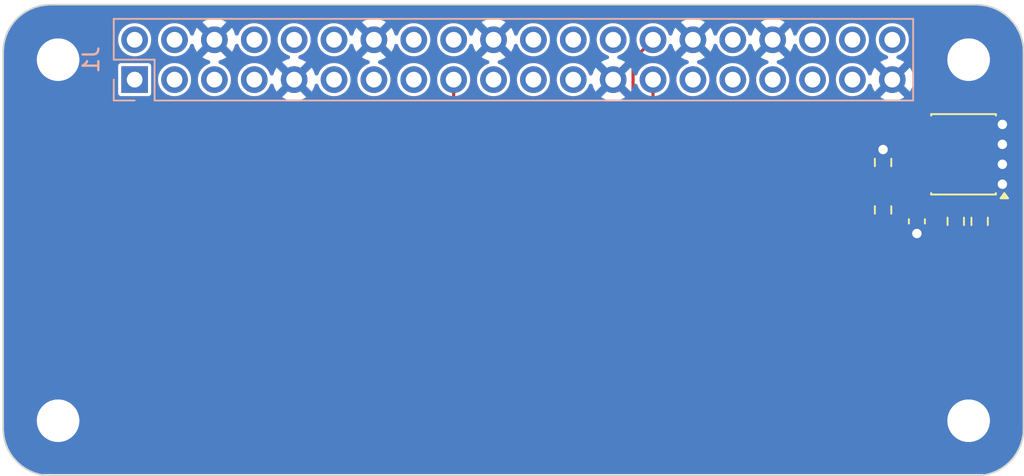
<source format=kicad_pcb>
(kicad_pcb (version 20241229) (generator "pcbnew") (generator_version "9.0")
  (title_block (date "15 nov 2012"))
  (layers (0 "F.Cu" signal) (2 "B.Cu" signal) (13 "F.Paste" user) (15 "B.Paste" user) (5 "F.SilkS" user "F.Silkscreen") (7 "B.SilkS" user "B.Silkscreen") (1 "F.Mask" user) (3 "B.Mask" user) (25 "Edge.Cuts" user))
  (net 0 "")
  (net 1 "/ID EEPROM/ID_3V3")
  (net 2 "/ID EEPROM/ID_GND")
  (net 4 "/ID EEPROM/ID_SDA")
  (net 7 "/ID EEPROM/ID_SCL")
  (net 8 "Net-(U1-WP)")
  (footprint "MountingHole:MountingHole_2.7mm_M2.5" (layer "F.Cu") (at 161.5 73.5)
    (property "Reference" "MH2" (hide yes))
    (property "Value" "MountingHole_2.7mm_M2.5" (hide yes))
    (pad "" np_thru_hole circle (at 0 0) (size 2.7 2.7) (drill 2.7) (layers "*.Cu" "*.Mask"))
  )
  (footprint "Resistor_SMD:R_0603_1608Metric" (layer "F.Cu") (at 156.05 83.075 -90)
    (property "Reference" "R4" (hide yes))
    (property "Value" "0Ω" (hide yes))
    (fp_line (start -0.237258 0.5225) (end 0.237258 0.5225) (stroke (width 0.12)) (layer "F.SilkS"))
    (fp_line (start -0.237258 -0.5225) (end 0.237258 -0.5225) (stroke (width 0.12)) (layer "F.SilkS"))
    (pad "1" smd roundrect (at -0.825 0 270) (size 0.8 0.95) (layers "F.Cu" "F.Mask" "F.Paste") (net 8 "Net-(U1-WP)"))
    (pad "2" smd roundrect (at 0.825 0 270) (size 0.8 0.95) (layers "F.Cu" "F.Mask" "F.Paste") (net 1 "/ID EEPROM/ID_3V3"))
  )
  (footprint "Resistor_SMD:R_0603_1608Metric" (layer "F.Cu") (at 156.05 80.05 90)
    (property "Reference" "R3" (hide yes))
    (property "Value" "47kΩ" (hide yes))
    (fp_line (start -0.237258 -0.5225) (end 0.237258 -0.5225) (stroke (width 0.12)) (layer "F.SilkS"))
    (fp_line (start -0.237258 0.5225) (end 0.237258 0.5225) (stroke (width 0.12)) (layer "F.SilkS"))
    (pad "1" smd roundrect (at -0.825 0 90) (size 0.8 0.95) (layers "F.Cu" "F.Mask" "F.Paste") (net 8 "Net-(U1-WP)"))
    (pad "2" smd roundrect (at 0.825 0 90) (size 0.8 0.95) (layers "F.Cu" "F.Mask" "F.Paste") (net 2 "/ID EEPROM/ID_GND"))
  )
  (footprint "Capacitor_SMD:C_0603_1608Metric" (layer "F.Cu") (at 158.205 83.8 -90)
    (property "Reference" "C1" (hide yes))
    (property "Value" "100n" (hide yes))
    (fp_line (start -0.14058 0.51) (end 0.14058 0.51) (stroke (width 0.12)) (layer "F.SilkS"))
    (fp_line (start -0.14058 -0.51) (end 0.14058 -0.51) (stroke (width 0.12)) (layer "F.SilkS"))
    (pad "1" smd roundrect (at -0.775 0 270) (size 0.9 0.95) (layers "F.Cu" "F.Mask" "F.Paste") (net 1 "/ID EEPROM/ID_3V3"))
    (pad "2" smd roundrect (at 0.775 0 270) (size 0.9 0.95) (layers "F.Cu" "F.Mask" "F.Paste") (net 2 "/ID EEPROM/ID_GND"))
  )
  (footprint "MountingHole:MountingHole_2.7mm_M2.5" (layer "F.Cu") (at 103.5 96.5)
    (property "Reference" "MH3" (hide yes))
    (property "Value" "MountingHole_2.7mm_M2.5" (hide yes))
    (pad "" np_thru_hole circle (at 0 0) (size 2.7 2.7) (drill 2.7) (layers "*.Cu" "*.Mask"))
  )
  (footprint "MountingHole:MountingHole_2.7mm_M2.5" (layer "F.Cu") (at 103.5 73.5)
    (property "Reference" "MH1" (hide yes))
    (property "Value" "MountingHole_2.7mm_M2.5" (hide yes))
    (pad "" np_thru_hole circle (at 0 0) (size 2.7 2.7) (drill 2.7) (layers "*.Cu" "*.Mask"))
  )
  (footprint "Resistor_SMD:R_0603_1608Metric" (layer "F.Cu") (at 160.68 83.8 90)
    (property "Reference" "R2" (hide yes))
    (property "Value" "3.9K" (hide yes))
    (fp_line (start -0.237258 -0.5225) (end 0.237258 -0.5225) (stroke (width 0.12)) (layer "F.SilkS"))
    (fp_line (start -0.237258 0.5225) (end 0.237258 0.5225) (stroke (width 0.12)) (layer "F.SilkS"))
    (pad "1" smd roundrect (at -0.825 0 90) (size 0.8 0.95) (layers "F.Cu" "F.Mask" "F.Paste") (net 1 "/ID EEPROM/ID_3V3"))
    (pad "2" smd roundrect (at 0.825 0 90) (size 0.8 0.95) (layers "F.Cu" "F.Mask" "F.Paste") (net 7 "/ID EEPROM/ID_SCL"))
  )
  (footprint "Resistor_SMD:R_0603_1608Metric" (layer "F.Cu") (at 162.2 83.8 90)
    (property "Reference" "R1" (hide yes))
    (property "Value" "3.9K" (hide yes))
    (fp_line (start -0.237258 -0.5225) (end 0.237258 -0.5225) (stroke (width 0.12)) (layer "F.SilkS"))
    (fp_line (start -0.237258 0.5225) (end 0.237258 0.5225) (stroke (width 0.12)) (layer "F.SilkS"))
    (pad "1" smd roundrect (at -0.825 0 90) (size 0.8 0.95) (layers "F.Cu" "F.Mask" "F.Paste") (net 1 "/ID EEPROM/ID_3V3"))
    (pad "2" smd roundrect (at 0.825 0 90) (size 0.8 0.95) (layers "F.Cu" "F.Mask" "F.Paste") (net 4 "/ID EEPROM/ID_SDA"))
  )
  (footprint "MountingHole:MountingHole_2.7mm_M2.5" (layer "F.Cu") (at 161.5 96.5)
    (property "Reference" "MH4" (hide yes))
    (property "Value" "MountingHole_2.7mm_M2.5" (hide yes))
    (pad "" np_thru_hole circle (at 0 0) (size 2.7 2.7) (drill 2.7) (layers "*.Cu" "*.Mask"))
  )
  (footprint "Package_SO:SOIC-8_3.9x4.9mm_P1.27mm" (layer "F.Cu") (at 161.175 79.53 180)
    (property "Reference" "U1" (hide yes))
    (property "Value" "24LC128" (hide yes))
    (fp_line (start 2.06 2.56) (end -2.06 2.56) (stroke (width 0.12)) (layer "F.SilkS"))
    (fp_line (start 2.06 2.465) (end 2.06 2.56) (stroke (width 0.12)) (layer "F.SilkS"))
    (fp_line (start 2.06 -2.56) (end 2.06 -2.465) (stroke (width 0.12)) (layer "F.SilkS"))
    (fp_line (start -2.06 2.56) (end -2.06 2.465) (stroke (width 0.12)) (layer "F.SilkS"))
    (fp_line (start -2.06 -2.465) (end -2.06 -2.56) (stroke (width 0.12)) (layer "F.SilkS"))
    (fp_line (start -2.06 -2.56) (end 2.06 -2.56) (stroke (width 0.12)) (layer "F.SilkS"))
    (fp_poly (pts (xy -2.6 -2.47) (xy -2.84 -2.8) (xy -2.36 -2.8)) (stroke (width 0.12)) (fill yes) (layer "F.SilkS"))
    (pad "1" smd roundrect (at -2.475 -1.905 180) (size 1.95 0.6) (layers "F.Cu" "F.Mask" "F.Paste") (net 2 "/ID EEPROM/ID_GND"))
    (pad "2" smd roundrect (at -2.475 -0.635 180) (size 1.95 0.6) (layers "F.Cu" "F.Mask" "F.Paste") (net 2 "/ID EEPROM/ID_GND"))
    (pad "3" smd roundrect (at -2.475 0.635 180) (size 1.95 0.6) (layers "F.Cu" "F.Mask" "F.Paste") (net 2 "/ID EEPROM/ID_GND"))
    (pad "4" smd roundrect (at -2.475 1.905 180) (size 1.95 0.6) (layers "F.Cu" "F.Mask" "F.Paste") (net 2 "/ID EEPROM/ID_GND"))
    (pad "5" smd roundrect (at 2.475 1.905 180) (size 1.95 0.6) (layers "F.Cu" "F.Mask" "F.Paste") (net 4 "/ID EEPROM/ID_SDA"))
    (pad "6" smd roundrect (at 2.475 0.635 180) (size 1.95 0.6) (layers "F.Cu" "F.Mask" "F.Paste") (net 7 "/ID EEPROM/ID_SCL"))
    (pad "7" smd roundrect (at 2.475 -0.635 180) (size 1.95 0.6) (layers "F.Cu" "F.Mask" "F.Paste") (net 8 "Net-(U1-WP)"))
    (pad "8" smd roundrect (at 2.475 -1.905 180) (size 1.95 0.6) (layers "F.Cu" "F.Mask" "F.Paste") (net 1 "/ID EEPROM/ID_3V3"))
  )
  (footprint "Connector_PinSocket_2.54mm:PinSocket_2x20_P2.54mm_Vertical" (layer "B.Cu") (at 108.377071 74.771928 -90)
    (property "Reference" "J1" (at -1.27 2.77 90) (layer "B.SilkS") (effects (justify mirror)))
    (property "Value" "Raspberry Pi Header" (hide yes))
    (fp_line (start -3.87 1.33) (end -1.27 1.33) (stroke (width 0.12)) (layer "B.SilkS"))
    (fp_line (start -3.87 1.33) (end -3.87 -49.59) (stroke (width 0.12)) (layer "B.SilkS"))
    (fp_line (start -1.27 1.33) (end -1.27 -1.27) (stroke (width 0.12)) (layer "B.SilkS"))
    (fp_line (start 0 1.33) (end 1.33 1.33) (stroke (width 0.12)) (layer "B.SilkS"))
    (fp_line (start 1.33 1.33) (end 1.33 0) (stroke (width 0.12)) (layer "B.SilkS"))
    (fp_line (start -1.27 -1.27) (end 1.33 -1.27) (stroke (width 0.12)) (layer "B.SilkS"))
    (fp_line (start 1.33 -1.27) (end 1.33 -49.59) (stroke (width 0.12)) (layer "B.SilkS"))
    (fp_line (start -3.87 -49.59) (end 1.33 -49.59) (stroke (width 0.12)) (layer "B.SilkS"))
    (pad "1" thru_hole rect (at 0 0 270) (size 1.7 1.7) (drill 1) (layers "*.Cu" "*.Mask") (net 1 "/ID EEPROM/ID_3V3"))
    (pad "2" thru_hole circle (at -2.54 0 270) (size 1.7 1.7) (drill 1) (layers "*.Cu" "*.Mask"))
    (pad "3" thru_hole circle (at 0 -2.54 270) (size 1.7 1.7) (drill 1) (layers "*.Cu" "*.Mask"))
    (pad "4" thru_hole circle (at -2.54 -2.54 270) (size 1.7 1.7) (drill 1) (layers "*.Cu" "*.Mask"))
    (pad "5" thru_hole circle (at 0 -5.08 270) (size 1.7 1.7) (drill 1) (layers "*.Cu" "*.Mask"))
    (pad "6" thru_hole circle (at -2.54 -5.08 270) (size 1.7 1.7) (drill 1) (layers "*.Cu" "*.Mask") (net 2 "/ID EEPROM/ID_GND"))
    (pad "7" thru_hole circle (at 0 -7.62 270) (size 1.7 1.7) (drill 1) (layers "*.Cu" "*.Mask"))
    (pad "8" thru_hole circle (at -2.54 -7.62 270) (size 1.7 1.7) (drill 1) (layers "*.Cu" "*.Mask"))
    (pad "9" thru_hole circle (at 0 -10.16 270) (size 1.7 1.7) (drill 1) (layers "*.Cu" "*.Mask") (net 2 "/ID EEPROM/ID_GND"))
    (pad "10" thru_hole circle (at -2.54 -10.16 270) (size 1.7 1.7) (drill 1) (layers "*.Cu" "*.Mask"))
    (pad "11" thru_hole circle (at 0 -12.7 270) (size 1.7 1.7) (drill 1) (layers "*.Cu" "*.Mask"))
    (pad "12" thru_hole circle (at -2.54 -12.7 270) (size 1.7 1.7) (drill 1) (layers "*.Cu" "*.Mask"))
    (pad "13" thru_hole circle (at 0 -15.24 270) (size 1.7 1.7) (drill 1) (layers "*.Cu" "*.Mask"))
    (pad "14" thru_hole circle (at -2.54 -15.24 270) (size 1.7 1.7) (drill 1) (layers "*.Cu" "*.Mask") (net 2 "/ID EEPROM/ID_GND"))
    (pad "15" thru_hole circle (at 0 -17.78 270) (size 1.7 1.7) (drill 1) (layers "*.Cu" "*.Mask"))
    (pad "16" thru_hole circle (at -2.54 -17.78 270) (size 1.7 1.7) (drill 1) (layers "*.Cu" "*.Mask"))
    (pad "17" thru_hole circle (at 0 -20.32 270) (size 1.7 1.7) (drill 1) (layers "*.Cu" "*.Mask") (net 1 "/ID EEPROM/ID_3V3"))
    (pad "18" thru_hole circle (at -2.54 -20.32 270) (size 1.7 1.7) (drill 1) (layers "*.Cu" "*.Mask"))
    (pad "19" thru_hole circle (at 0 -22.86 270) (size 1.7 1.7) (drill 1) (layers "*.Cu" "*.Mask"))
    (pad "20" thru_hole circle (at -2.54 -22.86 270) (size 1.7 1.7) (drill 1) (layers "*.Cu" "*.Mask") (net 2 "/ID EEPROM/ID_GND"))
    (pad "21" thru_hole circle (at 0 -25.4 270) (size 1.7 1.7) (drill 1) (layers "*.Cu" "*.Mask"))
    (pad "22" thru_hole circle (at -2.54 -25.4 270) (size 1.7 1.7) (drill 1) (layers "*.Cu" "*.Mask"))
    (pad "23" thru_hole circle (at 0 -27.94 270) (size 1.7 1.7) (drill 1) (layers "*.Cu" "*.Mask"))
    (pad "24" thru_hole circle (at -2.54 -27.94 270) (size 1.7 1.7) (drill 1) (layers "*.Cu" "*.Mask"))
    (pad "25" thru_hole circle (at 0 -30.48 270) (size 1.7 1.7) (drill 1) (layers "*.Cu" "*.Mask") (net 2 "/ID EEPROM/ID_GND"))
    (pad "26" thru_hole circle (at -2.54 -30.48 270) (size 1.7 1.7) (drill 1) (layers "*.Cu" "*.Mask"))
    (pad "27" thru_hole circle (at 0 -33.02 270) (size 1.7 1.7) (drill 1) (layers "*.Cu" "*.Mask") (net 4 "/ID EEPROM/ID_SDA"))
    (pad "28" thru_hole circle (at -2.54 -33.02 270) (size 1.7 1.7) (drill 1) (layers "*.Cu" "*.Mask") (net 7 "/ID EEPROM/ID_SCL"))
    (pad "29" thru_hole circle (at 0 -35.56 270) (size 1.7 1.7) (drill 1) (layers "*.Cu" "*.Mask"))
    (pad "30" thru_hole circle (at -2.54 -35.56 270) (size 1.7 1.7) (drill 1) (layers "*.Cu" "*.Mask") (net 2 "/ID EEPROM/ID_GND"))
    (pad "31" thru_hole circle (at 0 -38.1 270) (size 1.7 1.7) (drill 1) (layers "*.Cu" "*.Mask"))
    (pad "32" thru_hole circle (at -2.54 -38.1 270) (size 1.7 1.7) (drill 1) (layers "*.Cu" "*.Mask"))
    (pad "33" thru_hole circle (at 0 -40.64 270) (size 1.7 1.7) (drill 1) (layers "*.Cu" "*.Mask"))
    (pad "34" thru_hole circle (at -2.54 -40.64 270) (size 1.7 1.7) (drill 1) (layers "*.Cu" "*.Mask") (net 2 "/ID EEPROM/ID_GND"))
    (pad "35" thru_hole circle (at 0 -43.18 270) (size 1.7 1.7) (drill 1) (layers "*.Cu" "*.Mask"))
    (pad "36" thru_hole circle (at -2.54 -43.18 270) (size 1.7 1.7) (drill 1) (layers "*.Cu" "*.Mask"))
    (pad "37" thru_hole circle (at 0 -45.72 270) (size 1.7 1.7) (drill 1) (layers "*.Cu" "*.Mask"))
    (pad "38" thru_hole circle (at -2.54 -45.72 270) (size 1.7 1.7) (drill 1) (layers "*.Cu" "*.Mask"))
    (pad "39" thru_hole circle (at 0 -48.26 270) (size 1.7 1.7) (drill 1) (layers "*.Cu" "*.Mask") (net 2 "/ID EEPROM/ID_GND"))
    (pad "40" thru_hole circle (at -2.54 -48.26 270) (size 1.7 1.7) (drill 1) (layers "*.Cu" "*.Mask"))
  )
  (gr_arc (start 162 70) (mid 164.12132 70.87868) (end 165 73) (stroke (width 0.1)) (layer "Edge.Cuts"))
  (gr_line (start 165 97) (end 165 73) (stroke (width 0.1)) (layer "Edge.Cuts"))
  (gr_line (start 100 73) (end 100 97) (stroke (width 0.1)) (layer "Edge.Cuts"))
  (gr_arc (start 103 100) (mid 100.87868 99.12132) (end 100 97) (stroke (width 0.1)) (layer "Edge.Cuts"))
  (gr_line (start 103 100) (end 162 100) (stroke (width 0.1)) (layer "Edge.Cuts"))
  (gr_arc (start 165 97) (mid 164.12132 99.12132) (end 162 100) (stroke (width 0.1)) (layer "Edge.Cuts"))
  (gr_arc (start 100 73) (mid 100.87868 70.87868) (end 103 70) (stroke (width 0.1)) (layer "Edge.Cuts"))
  (gr_line (start 162 70) (end 103 70) (stroke (width 0.1)) (layer "Edge.Cuts"))
  (segment (start 160.01 81.435) (end 160.125 81.55) (width 0.2) (layer "F.Cu") (net 1))
  (segment (start 160.125 81.55) (end 160.125 81.775) (width 0.2) (layer "F.Cu") (net 1))
  (segment (start 154.975 83.625) (end 155.25 83.9) (width 0.2) (layer "F.Cu") (net 1))
  (segment (start 160.68 84.625) (end 162.2 84.625) (width 0.2) (layer "F.Cu") (net 1))
  (segment (start 139.6579 76.2) (end 140.5099 77.052) (width 0.2) (layer "F.Cu") (net 1))
  (segment (start 154.975 77.4) (end 154.975 83.625) (width 0.2) (layer "F.Cu") (net 1))
  (segment (start 128.8 76.2) (end 139.6579 76.2) (width 0.2) (layer "F.Cu") (net 1))
  (segment (start 157.25 83.175) (end 157.25 83.5) (width 0.2) (layer "F.Cu") (net 1))
  (segment (start 159.425 84.2) (end 159.425 83.45) (width 0.2) (layer "F.Cu") (net 1))
  (segment (start 158.205 82.295) (end 158.205 83.025) (width 0.2) (layer "F.Cu") (net 1))
  (segment (start 140.5099 77.052) (end 154.627 77.052) (width 0.2) (layer "F.Cu") (net 1))
  (segment (start 159.425 83.45) (end 159 83.025) (width 0.2) (layer "F.Cu") (net 1))
  (segment (start 159 83.025) (end 158.205 83.025) (width 0.2) (layer "F.Cu") (net 1))
  (segment (start 158.205 83.025) (end 157.4 83.025) (width 0.2) (layer "F.Cu") (net 1))
  (segment (start 158.7 81.435) (end 160.01 81.435) (width 0.2) (layer "F.Cu") (net 1))
  (segment (start 158.35 82.15) (end 158.205 82.295) (width 0.2) (layer "F.Cu") (net 1))
  (segment (start 159.75 82.15) (end 158.35 82.15) (width 0.2) (layer "F.Cu") (net 1))
  (segment (start 160.125 81.775) (end 159.75 82.15) (width 0.2) (layer "F.Cu") (net 1))
  (segment (start 128.697071 74.771928) (end 128.697071 76.097071) (width 0.2) (layer "F.Cu") (net 1))
  (segment (start 156.85 83.9) (end 156.05 83.9) (width 0.2) (layer "F.Cu") (net 1))
  (segment (start 155.25 83.9) (end 156.05 83.9) (width 0.2) (layer "F.Cu") (net 1))
  (segment (start 128.697071 76.097071) (end 128.8 76.2) (width 0.2) (layer "F.Cu") (net 1))
  (segment (start 157.25 83.5) (end 156.85 83.9) (width 0.2) (layer "F.Cu") (net 1))
  (segment (start 157.4 83.025) (end 157.25 83.175) (width 0.2) (layer "F.Cu") (net 1))
  (segment (start 159.85 84.625) (end 159.425 84.2) (width 0.2) (layer "F.Cu") (net 1))
  (segment (start 160.68 84.625) (end 159.85 84.625) (width 0.2) (layer "F.Cu") (net 1))
  (segment (start 154.627 77.052) (end 154.975 77.4) (width 0.2) (layer "F.Cu") (net 1))
  (via (at 163.65 78.895) (size 0.9) (drill 0.6) (layers "F.Cu" "B.Cu") (net 2))
  (via (at 158.205 84.575) (size 0.9) (drill 0.6) (layers "F.Cu" "B.Cu") (net 2))
  (via (at 163.65 77.625) (size 0.9) (drill 0.6) (layers "F.Cu" "B.Cu") (net 2))
  (via (at 163.65 80.165) (size 0.9) (drill 0.6) (layers "F.Cu" "B.Cu") (net 2))
  (via (at 156.05 79.225) (size 0.9) (drill 0.6) (layers "F.Cu" "B.Cu") (net 2))
  (via (at 163.65 81.435) (size 0.9) (drill 0.6) (layers "F.Cu" "B.Cu") (net 2))
  (segment (start 162.2 78.375) (end 161.45 77.625) (width 0.2) (layer "F.Cu") (net 4))
  (segment (start 157.4 77.625) (end 156.025 76.25) (width 0.2) (layer "F.Cu") (net 4))
  (segment (start 141.397071 76.097071) (end 141.55 76.25) (width 0.2) (layer "F.Cu") (net 4))
  (segment (start 158.7 77.625) (end 157.4 77.625) (width 0.2) (layer "F.Cu") (net 4))
  (segment (start 162.2 82.975) (end 162.2 78.375) (width 0.2) (layer "F.Cu") (net 4))
  (segment (start 141.397071 74.771928) (end 141.397071 76.097071) (width 0.2) (layer "F.Cu") (net 4))
  (segment (start 156.025 76.25) (end 141.55 76.25) (width 0.2) (layer "F.Cu") (net 4))
  (segment (start 161.45 77.625) (end 158.7 77.625) (width 0.2) (layer "F.Cu") (net 4))
  (segment (start 160.22 78.895) (end 158.7 78.895) (width 0.2) (layer "F.Cu") (net 7))
  (segment (start 157.42 78.895) (end 158.7 78.895) (width 0.2) (layer "F.Cu") (net 7))
  (segment (start 141.397071 72.231928) (end 140.125 73.503999) (width 0.2) (layer "F.Cu") (net 7))
  (segment (start 140.125 73.503999) (end 140.125 76.1) (width 0.2) (layer "F.Cu") (net 7))
  (segment (start 160.7 79.375) (end 160.22 78.895) (width 0.2) (layer "F.Cu") (net 7))
  (segment (start 155.176 76.651) (end 157.42 78.895) (width 0.2) (layer "F.Cu") (net 7))
  (segment (start 140.676 76.651) (end 155.176 76.651) (width 0.2) (layer "F.Cu") (net 7))
  (segment (start 160.7 82.975) (end 160.7 79.375) (width 0.2) (layer "F.Cu") (net 7))
  (segment (start 140.125 76.1) (end 140.676 76.651) (width 0.2) (layer "F.Cu") (net 7))
  (segment (start 157.3 80.275) (end 157.41 80.165) (width 0.2) (layer "F.Cu") (net 8))
  (segment (start 157.41 80.165) (end 158.7 80.165) (width 0.2) (layer "F.Cu") (net 8))
  (segment (start 156.85 80.875) (end 157.3 80.425) (width 0.2) (layer "F.Cu") (net 8))
  (segment (start 156.05 82.25) (end 156.05 80.875) (width 0.2) (layer "F.Cu") (net 8))
  (segment (start 157.3 80.425) (end 157.3 80.275) (width 0.2) (layer "F.Cu") (net 8))
  (segment (start 156.05 80.875) (end 156.85 80.875) (width 0.2) (layer "F.Cu") (net 8))
  (zone (net 2) (net_name "/ID EEPROM/ID_GND") (layer "B.Cu") (connect_pads (clearance 0)) (min_thickness 0.25) (fill yes (thermal_gap 0.5) (thermal_bridge_width 0.5))
    (polygon (pts (xy 99.8 69.7) (xy 165 70) (xy 165 99.9) (xy 100 99.9) (xy 99.9 69.7)))
  )
)
</source>
